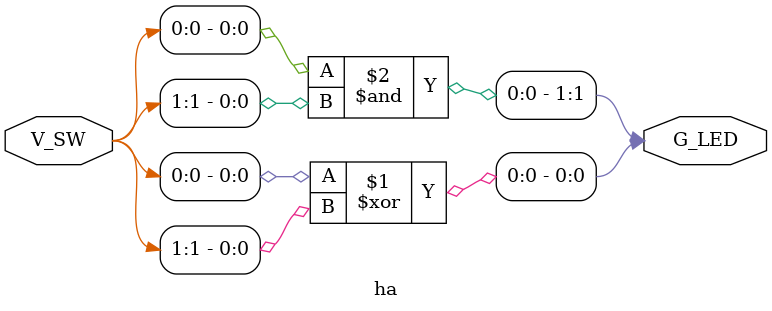
<source format=v>
module ha(V_SW , G_LED);
input [0:1] V_SW;
output  [0:1] G_LED;
assign G_LED[0] = V_SW[0]^V_SW[1]; //sum output
assign G_LED[1] = V_SW[0]&V_SW[1]; //carry output
endmodule

</source>
